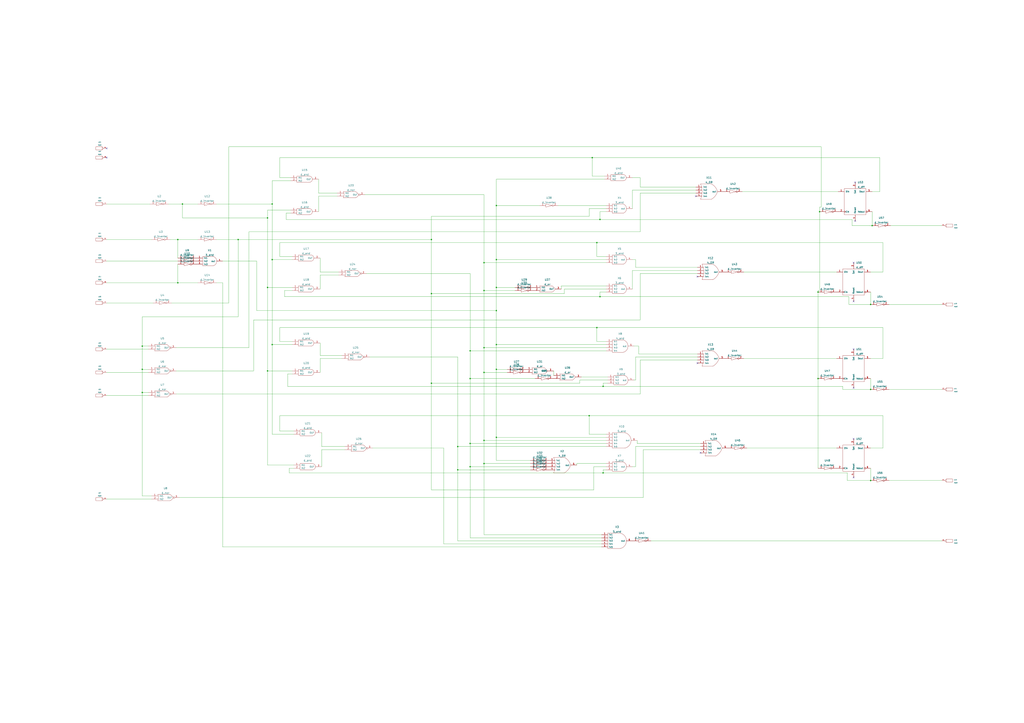
<source format=kicad_sch>
(kicad_sch (version 20211123) (generator eeschema)
  (paper "A1")
  (lib_symbols
    (symbol "eSim_Digital:d_and" (pin_names (offset 1.016))
      (property "Reference" "U" (at 0 0 0))
      (property "Value" "d_and" (at 1.27 2.54 0))
      (symbol "d_and_0_1"
        (polyline (pts (xy 3.81 -1.27) (xy -6.35 -1.27) (xy -6.35 3.81) (xy 3.81 3.81)))
        (arc (start 3.81 -1.27) (mid 5.5897 -0.5171) (end 6.35 1.27))
        (arc (start 6.35 1.27) (mid 5.5971 3.0497) (end 3.81 3.81))
      )
      (symbol "d_and_1_1"
        (pin input line (at -11.43 2.54 0) (length 5.08) (name "IN1") (number "1"))
        (pin input line (at -11.43 0 0) (length 5.08) (name "IN2") (number "2"))
        (pin output line (at 11.43 1.27 180) (length 5.08) (name "OUT") (number "3"))
      )
    )
    (symbol "eSim_Digital:d_dff" (pin_names (offset 1.016))
      (property "Reference" "U" (at 0 0 0))
      (property "Value" "d_dff" (at 0 3.81 0))
      (symbol "d_dff_0_1"
        (rectangle (start 8.89 11.43) (end -8.89 -10.16))
      )
      (symbol "d_dff_1_1"
        (pin input line (at -13.97 8.89 0) (length 5.08) (name "Din") (number "1"))
        (pin input clock (at -13.97 -7.62 0) (length 5.08) (name "Clk") (number "2"))
        (pin input line (at 0 16.51 270) (length 5.08) (name "Set") (number "3"))
        (pin input line (at 0 -15.24 90) (length 5.08) (name "Reset") (number "4"))
        (pin output line (at 13.97 8.89 180) (length 5.08) (name "Dout") (number "5"))
        (pin output inverted (at 13.97 -7.62 180) (length 5.08) (name "Ndout") (number "6"))
      )
    )
    (symbol "eSim_Digital:d_inverter" (pin_names (offset 1.016))
      (property "Reference" "U" (at 0 -2.54 0))
      (property "Value" "d_inverter" (at 0 3.81 0))
      (symbol "d_inverter_0_1"
        (polyline (pts (xy -2.54 1.27) (xy -2.54 -1.27) (xy 2.54 0) (xy -2.54 1.27)))
      )
      (symbol "d_inverter_1_1"
        (pin input line (at -7.62 0 0) (length 5.08) (name "~") (number "1"))
        (pin output inverted (at 7.62 0 180) (length 5.08) (name "~") (number "2"))
      )
    )
    (symbol "eSim_Digital:d_nor" (pin_names (offset 1.016))
      (property "Reference" "U" (at 0 0 0))
      (property "Value" "d_nor" (at 1.27 2.54 0))
      (symbol "d_nor_0_1"
        (arc (start -6.35 -1.27) (mid -5.7504 1.27) (end -6.35 3.81))
        (polyline (pts (xy -6.35 -1.27) (xy 3.81 -1.27)))
        (polyline (pts (xy -6.35 3.81) (xy 3.81 3.81)))
        (arc (start 3.81 -1.27) (mid 5.3181 -0.2399) (end 6.35 1.27))
        (arc (start 6.35 1.27) (mid 5.2222 2.6828) (end 3.81 3.81))
      )
      (symbol "d_nor_1_1"
        (pin input line (at -11.43 2.54 0) (length 5.461) (name "IN1") (number "1"))
        (pin input line (at -11.43 0 0) (length 5.461) (name "IN2") (number "2"))
        (pin output inverted (at 11.43 1.27 180) (length 5.08) (name "OUT") (number "3"))
      )
    )
    (symbol "eSim_Digital:d_or" (pin_names (offset 1.016))
      (property "Reference" "U" (at 0 0 0))
      (property "Value" "d_or" (at 0 2.54 0))
      (symbol "d_or_0_1"
        (arc (start -6.35 -1.27) (mid -5.7504 1.27) (end -6.35 3.81))
        (polyline (pts (xy -6.35 -1.27) (xy 3.81 -1.27)))
        (polyline (pts (xy -6.35 3.81) (xy 3.81 3.81)))
        (arc (start 3.81 -1.27) (mid 5.3181 -0.2399) (end 6.35 1.27))
        (arc (start 6.35 1.27) (mid 5.2222 2.6828) (end 3.81 3.81))
      )
      (symbol "d_or_1_1"
        (pin input line (at -11.43 2.54 0) (length 5.461) (name "IN1") (number "1"))
        (pin input line (at -11.43 0 0) (length 5.461) (name "IN2") (number "2"))
        (pin output line (at 11.43 1.27 180) (length 5.08) (name "OUT") (number "3"))
      )
    )
    (symbol "eSim_Miscellaneous:PORT" (pin_names (offset 1.016))
      (property "Reference" "U" (at 1.27 2.54 0))
      (property "Value" "PORT" (at 0 0 0))
      (symbol "PORT_0_1"
        (rectangle (start -2.54 1.27) (end 2.54 -1.27))
        (arc (start 2.54 1.27) (mid 3.1355 0.5955) (end 3.81 0))
        (arc (start 3.81 0) (mid 3.1447 -0.6046) (end 2.54 -1.27))
      )
      (symbol "PORT_1_1"
        (pin bidirectional line (at 6.35 0 180) (length 2.54) (name "~") (number "1"))
      )
      (symbol "PORT_2_1"
        (pin bidirectional line (at 6.35 0 180) (length 2.54) (name "~") (number "2"))
      )
      (symbol "PORT_3_1"
        (pin bidirectional line (at 6.35 0 180) (length 2.54) (name "~") (number "3"))
      )
      (symbol "PORT_4_1"
        (pin bidirectional line (at 6.35 0 180) (length 2.54) (name "~") (number "4"))
      )
      (symbol "PORT_5_1"
        (pin bidirectional line (at 6.35 0 180) (length 2.54) (name "~") (number "5"))
      )
      (symbol "PORT_6_1"
        (pin bidirectional line (at 6.35 0 180) (length 2.54) (name "~") (number "6"))
      )
      (symbol "PORT_7_1"
        (pin bidirectional line (at 6.35 0 180) (length 2.54) (name "~") (number "7"))
      )
      (symbol "PORT_8_1"
        (pin bidirectional line (at 6.35 0 180) (length 2.54) (name "~") (number "8"))
      )
      (symbol "PORT_9_1"
        (pin bidirectional line (at 6.35 0 180) (length 2.54) (name "~") (number "9"))
      )
      (symbol "PORT_10_1"
        (pin bidirectional line (at 6.35 0 180) (length 2.54) (name "~") (number "10"))
      )
      (symbol "PORT_11_1"
        (pin bidirectional line (at 6.35 0 180) (length 2.54) (name "~") (number "11"))
      )
      (symbol "PORT_12_1"
        (pin bidirectional line (at 6.35 0 180) (length 2.54) (name "~") (number "12"))
      )
      (symbol "PORT_13_1"
        (pin bidirectional line (at 6.35 0 180) (length 2.54) (name "~") (number "13"))
      )
      (symbol "PORT_14_1"
        (pin bidirectional line (at 6.35 0 180) (length 2.54) (name "~") (number "14"))
      )
      (symbol "PORT_15_1"
        (pin bidirectional line (at 6.35 0 180) (length 2.54) (name "~") (number "15"))
      )
      (symbol "PORT_16_1"
        (pin bidirectional line (at 6.35 0 180) (length 2.54) (name "~") (number "16"))
      )
      (symbol "PORT_17_1"
        (pin bidirectional line (at 6.35 0 180) (length 2.54) (name "~") (number "17"))
      )
      (symbol "PORT_18_1"
        (pin bidirectional line (at 6.35 0 180) (length 2.54) (name "~") (number "18"))
      )
      (symbol "PORT_19_1"
        (pin bidirectional line (at 6.35 0 180) (length 2.54) (name "~") (number "19"))
      )
      (symbol "PORT_20_1"
        (pin bidirectional line (at 6.35 0 180) (length 2.54) (name "~") (number "20"))
      )
      (symbol "PORT_21_1"
        (pin bidirectional line (at 6.35 0 180) (length 2.54) (name "~") (number "21"))
      )
      (symbol "PORT_22_1"
        (pin bidirectional line (at 6.35 0 180) (length 2.54) (name "~") (number "22"))
      )
      (symbol "PORT_23_1"
        (pin bidirectional line (at 6.35 0 180) (length 2.54) (name "~") (number "23"))
      )
      (symbol "PORT_24_1"
        (pin bidirectional line (at 6.35 0 180) (length 2.54) (name "~") (number "24"))
      )
      (symbol "PORT_25_1"
        (pin bidirectional line (at 6.35 0 180) (length 2.54) (name "~") (number "25"))
      )
      (symbol "PORT_26_1"
        (pin bidirectional line (at 6.35 0 180) (length 2.54) (name "~") (number "26"))
      )
    )
    (symbol "eSim_Subckt:3_and" (pin_names (offset 1.016))
      (property "Reference" "X" (at 2.54 -1.27 0))
      (property "Value" "3_and" (at 3.81 3.81 0))
      (symbol "3_and_0_1"
        (polyline (pts (xy -3.81 5.08) (xy 5.08 5.08)))
        (polyline (pts (xy -3.81 5.08) (xy -3.81 -2.54) (xy 5.08 -2.54)))
        (arc (start 5.08 -2.54) (mid 7.8261 1.27) (end 5.08 5.08))
      )
      (symbol "3_and_1_1"
        (pin input line (at -8.89 3.81 0) (length 5.08) (name "in1") (number "1"))
        (pin input line (at -8.89 1.27 0) (length 5.08) (name "in2") (number "2"))
        (pin input line (at -8.89 -1.27 0) (length 5.08) (name "in3") (number "3"))
        (pin output line (at 12.7 1.27 180) (length 5.08) (name "out") (number "4"))
      )
    )
    (symbol "eSim_Subckt:4_OR" (pin_names (offset 1.016))
      (property "Reference" "X" (at 3.81 -2.54 0))
      (property "Value" "4_OR" (at 3.81 2.54 0))
      (symbol "4_OR_0_1"
        (arc (start -5.08 -6.35) (mid -3.81 0) (end -5.08 6.35))
        (polyline (pts (xy -5.08 -6.35) (xy 3.81 -6.35)))
        (polyline (pts (xy -5.08 6.35) (xy 3.81 6.35)))
        (arc (start 3.81 -6.35) (mid 6.9463 -3.651) (end 8.89 0))
        (arc (start 8.89 0) (mid 7.0265 3.7162) (end 3.81 6.35))
      )
      (symbol "4_OR_1_1"
        (pin input line (at -8.89 3.81 0) (length 5.08) (name "in1") (number "1"))
        (pin input line (at -8.89 1.27 0) (length 5.08) (name "in2") (number "2"))
        (pin input line (at -8.89 -1.27 0) (length 5.08) (name "in3") (number "3"))
        (pin input line (at -8.89 -3.81 0) (length 5.08) (name "in4") (number "4"))
        (pin output line (at 13.97 0 180) (length 5.08) (name "out") (number "5"))
      )
    )
    (symbol "eSim_Subckt:4_and" (pin_names (offset 1.016))
      (property "Reference" "X" (at 1.27 -1.27 0))
      (property "Value" "4_and" (at 2.54 2.54 0))
      (symbol "4_and_0_1"
        (polyline (pts (xy -5.08 5.08) (xy 3.81 5.08)))
        (polyline (pts (xy -5.08 5.08) (xy -5.08 -5.08) (xy 1.27 -5.08) (xy 3.81 -5.08)))
        (arc (start 3.81 -5.08) (mid 7.7763 0) (end 3.81 5.08))
      )
      (symbol "4_and_1_1"
        (pin input line (at -10.16 3.81 0) (length 5.08) (name "in1") (number "1"))
        (pin input line (at -10.16 1.27 0) (length 5.08) (name "in2") (number "2"))
        (pin input line (at -10.16 -1.27 0) (length 5.08) (name "in3") (number "3"))
        (pin input line (at -10.16 -3.81 0) (length 5.08) (name "in4") (number "4"))
        (pin output line (at 12.7 0 180) (length 5.08) (name "out") (number "5"))
      )
    )
    (symbol "eSim_Subckt:5_and" (pin_names (offset 1.016))
      (property "Reference" "X" (at 1.27 -2.54 0))
      (property "Value" "5_and" (at 2.54 3.81 0))
      (symbol "5_and_0_1"
        (polyline (pts (xy -6.35 6.35) (xy 3.81 6.35)))
        (polyline (pts (xy -6.35 6.35) (xy -6.35 -6.35) (xy 3.81 -6.35)))
        (arc (start 3.81 -6.35) (mid 9.0158 0) (end 3.81 6.35))
      )
      (symbol "5_and_1_1"
        (pin input line (at -11.43 5.08 0) (length 5.08) (name "in1") (number "1"))
        (pin input line (at -11.43 2.54 0) (length 5.08) (name "in2") (number "2"))
        (pin input line (at -11.43 0 0) (length 5.08) (name "in3") (number "3"))
        (pin input line (at -11.43 -2.54 0) (length 5.08) (name "in4") (number "4"))
        (pin input line (at -11.43 -5.08 0) (length 5.08) (name "in5") (number "5"))
        (pin output line (at 13.97 0 180) (length 5.08) (name "out") (number "6"))
      )
    )
  )
  (junction (at 671.83 311.15))
  (junction (at 354.33 196.85))
  (junction (at 492.76 180.34))
  (junction (at 397.51 238.76))
  (junction (at 671.83 240.03))
  (junction (at 146.05 196.85))
  (junction (at 116.84 322.58))
  (junction (at 397.51 306.07))
  (junction (at 116.84 284.48))
  (junction (at 490.22 269.24))
  (junction (at 223.52 283.21))
  (junction (at 483.87 341.63))
  (junction (at 407.67 168.91))
  (junction (at 495.3 317.5))
  (junction (at 715.01 320.04))
  (junction (at 492.76 243.84))
  (junction (at 375.92 386.08))
  (junction (at 149.86 167.64))
  (junction (at 219.71 304.8))
  (junction (at 715.01 394.97))
  (junction (at 490.22 199.39))
  (junction (at 397.51 361.95))
  (junction (at 407.67 213.36))
  (junction (at 116.84 303.53))
  (junction (at 386.08 383.54))
  (junction (at 195.58 196.85))
  (junction (at 407.67 303.53))
  (junction (at 407.67 255.27))
  (junction (at 407.67 236.22))
  (junction (at 354.33 314.96))
  (junction (at 397.51 215.9))
  (junction (at 219.71 179.07))
  (junction (at 486.41 129.54))
  (junction (at 354.33 241.3))
  (junction (at 673.1 173.99))
  (junction (at 219.71 236.22))
  (junction (at 223.52 213.36))
  (junction (at 386.08 364.49))
  (junction (at 397.51 381))
  (junction (at 375.92 367.03))
  (junction (at 386.08 288.29))
  (junction (at 146.05 232.41))
  (junction (at 716.28 185.42))
  (junction (at 495.3 388.62))
  (junction (at 386.08 311.15))
  (junction (at 397.51 285.75))
  (junction (at 407.67 283.21))
  (junction (at 715.01 250.19))
  (junction (at 407.67 359.41))
  (junction (at 223.52 167.64))
  (no_connect (at 701.04 392.43))
  (no_connect (at 702.31 149.86))
  (no_connect (at 572.77 298.45))
  (no_connect (at 701.04 215.9))
  (no_connect (at 87.63 121.92))
  (no_connect (at 701.04 360.68))
  (no_connect (at 571.5 161.29))
  (no_connect (at 575.31 372.11))
  (no_connect (at 572.77 227.33))
  (no_connect (at 702.31 181.61))
  (no_connect (at 701.04 318.77))
  (no_connect (at 701.04 247.65))
  (no_connect (at 87.63 129.54))
  (no_connect (at 701.04 287.02))
  (wire (pts (xy 525.78 323.85) (xy 144.78 323.85)))
  (wire (pts (xy 386.08 383.54) (xy 435.61 383.54)))
  (wire (pts (xy 520.7 312.42) (xy 521.97 312.42)))
  (wire (pts (xy 716.28 173.99) (xy 716.28 185.42)))
  (wire (pts (xy 195.58 260.35) (xy 195.58 196.85)))
  (wire (pts (xy 236.22 317.5) (xy 495.3 317.5)))
  (wire (pts (xy 397.51 238.76) (xy 422.91 238.76)))
  (wire (pts (xy 124.46 407.67) (xy 116.84 407.67)))
  (wire (pts (xy 397.51 361.95) (xy 397.51 381)))
  (wire (pts (xy 177.8 232.41) (xy 182.88 232.41)))
  (wire (pts (xy 495.3 386.08) (xy 495.3 388.62)))
  (wire (pts (xy 386.08 311.15) (xy 439.42 311.15)))
  (wire (pts (xy 525.78 262.89) (xy 208.28 262.89)))
  (wire (pts (xy 116.84 284.48) (xy 121.92 284.48)))
  (wire (pts (xy 283.21 367.03) (xy 264.16 367.03)))
  (wire (pts (xy 138.43 167.64) (xy 149.86 167.64)))
  (wire (pts (xy 229.87 341.63) (xy 483.87 341.63)))
  (wire (pts (xy 204.47 190.5) (xy 525.78 190.5)))
  (wire (pts (xy 477.52 309.88) (xy 499.11 309.88)))
  (wire (pts (xy 461.01 234.95) (xy 497.84 234.95)))
  (wire (pts (xy 262.89 292.1) (xy 262.89 281.94)))
  (wire (pts (xy 572.77 224.79) (xy 525.78 224.79)))
  (wire (pts (xy 364.49 447.04) (xy 364.49 368.3)))
  (wire (pts (xy 397.51 215.9) (xy 497.84 215.9)))
  (wire (pts (xy 87.63 232.41) (xy 146.05 232.41)))
  (wire (pts (xy 725.17 269.24) (xy 725.17 294.64)))
  (wire (pts (xy 487.68 402.59) (xy 487.68 383.54)))
  (wire (pts (xy 495.3 317.5) (xy 692.15 317.5)))
  (wire (pts (xy 229.87 129.54) (xy 486.41 129.54)))
  (wire (pts (xy 229.87 269.24) (xy 490.22 269.24)))
  (wire (pts (xy 521.97 367.03) (xy 575.31 367.03)))
  (wire (pts (xy 674.37 170.18) (xy 673.1 170.18)))
  (wire (pts (xy 233.68 243.84) (xy 492.76 243.84)))
  (wire (pts (xy 490.22 269.24) (xy 725.17 269.24)))
  (wire (pts (xy 692.15 320.04) (xy 715.01 320.04)))
  (wire (pts (xy 264.16 369.57) (xy 283.21 369.57)))
  (wire (pts (xy 229.87 280.67) (xy 229.87 269.24)))
  (wire (pts (xy 236.22 307.34) (xy 236.22 317.5)))
  (wire (pts (xy 264.16 367.03) (xy 264.16 355.6)))
  (wire (pts (xy 210.82 255.27) (xy 407.67 255.27)))
  (wire (pts (xy 521.97 383.54) (xy 521.97 367.03)))
  (wire (pts (xy 146.05 217.17) (xy 146.05 232.41)))
  (wire (pts (xy 87.63 214.63) (xy 146.05 214.63)))
  (wire (pts (xy 494.03 447.04) (xy 364.49 447.04)))
  (wire (pts (xy 519.43 222.25) (xy 572.77 222.25)))
  (wire (pts (xy 187.96 120.65) (xy 187.96 248.92)))
  (wire (pts (xy 87.63 248.92) (xy 125.73 248.92)))
  (wire (pts (xy 407.67 236.22) (xy 407.67 255.27)))
  (wire (pts (xy 476.25 314.96) (xy 354.33 314.96)))
  (wire (pts (xy 521.97 293.37) (xy 572.77 293.37)))
  (wire (pts (xy 715.01 240.03) (xy 715.01 250.19)))
  (wire (pts (xy 492.76 180.34) (xy 699.77 180.34)))
  (wire (pts (xy 219.71 304.8) (xy 240.03 304.8)))
  (wire (pts (xy 87.63 196.85) (xy 124.46 196.85)))
  (wire (pts (xy 730.25 394.97) (xy 773.43 394.97)))
  (wire (pts (xy 490.22 210.82) (xy 490.22 199.39)))
  (wire (pts (xy 386.08 441.96) (xy 386.08 383.54)))
  (wire (pts (xy 262.89 223.52) (xy 278.13 223.52)))
  (wire (pts (xy 497.84 237.49) (xy 463.55 237.49)))
  (wire (pts (xy 416.56 306.07) (xy 397.51 306.07)))
  (wire (pts (xy 386.08 288.29) (xy 497.84 288.29)))
  (wire (pts (xy 575.31 369.57) (xy 528.32 369.57)))
  (wire (pts (xy 354.33 177.8) (xy 354.33 196.85)))
  (wire (pts (xy 139.7 196.85) (xy 146.05 196.85)))
  (wire (pts (xy 525.78 146.05) (xy 525.78 153.67)))
  (wire (pts (xy 523.24 361.95) (xy 523.24 364.49)))
  (wire (pts (xy 177.8 196.85) (xy 195.58 196.85)))
  (wire (pts (xy 519.43 237.49) (xy 519.43 222.25)))
  (wire (pts (xy 519.43 156.21) (xy 571.5 156.21)))
  (wire (pts (xy 674.37 120.65) (xy 674.37 170.18)))
  (wire (pts (xy 146.05 232.41) (xy 162.56 232.41)))
  (wire (pts (xy 87.63 287.02) (xy 121.92 287.02)))
  (wire (pts (xy 261.62 158.75) (xy 276.86 158.75)))
  (wire (pts (xy 725.17 294.64) (xy 715.01 294.64)))
  (wire (pts (xy 177.8 167.64) (xy 223.52 167.64)))
  (wire (pts (xy 208.28 262.89) (xy 208.28 304.8)))
  (wire (pts (xy 483.87 341.63) (xy 725.17 341.63)))
  (wire (pts (xy 528.32 408.94) (xy 147.32 408.94)))
  (wire (pts (xy 219.71 382.27) (xy 241.3 382.27)))
  (wire (pts (xy 223.52 213.36) (xy 240.03 213.36)))
  (wire (pts (xy 463.55 237.49) (xy 463.55 241.3)))
  (wire (pts (xy 492.76 173.99) (xy 492.76 180.34)))
  (wire (pts (xy 261.62 161.29) (xy 276.86 161.29)))
  (wire (pts (xy 524.51 284.48) (xy 524.51 290.83)))
  (wire (pts (xy 240.03 210.82) (xy 229.87 210.82)))
  (wire (pts (xy 673.1 170.18) (xy 673.1 173.99)))
  (wire (pts (xy 116.84 303.53) (xy 116.84 322.58)))
  (wire (pts (xy 223.52 148.59) (xy 238.76 148.59)))
  (wire (pts (xy 523.24 364.49) (xy 575.31 364.49)))
  (wire (pts (xy 495.3 314.96) (xy 495.3 317.5)))
  (wire (pts (xy 121.92 322.58) (xy 116.84 322.58)))
  (wire (pts (xy 397.51 306.07) (xy 397.51 361.95)))
  (wire (pts (xy 483.87 177.8) (xy 354.33 177.8)))
  (wire (pts (xy 673.1 173.99) (xy 673.1 238.76)))
  (wire (pts (xy 483.87 171.45) (xy 483.87 177.8)))
  (wire (pts (xy 519.43 171.45) (xy 519.43 156.21)))
  (wire (pts (xy 725.17 341.63) (xy 725.17 368.3)))
  (wire (pts (xy 241.3 384.81) (xy 237.49 384.81)))
  (wire (pts (xy 121.92 303.53) (xy 116.84 303.53)))
  (wire (pts (xy 487.68 383.54) (xy 497.84 383.54)))
  (wire (pts (xy 238.76 175.26) (xy 234.95 175.26)))
  (wire (pts (xy 610.87 294.64) (xy 687.07 294.64)))
  (wire (pts (xy 241.3 354.33) (xy 229.87 354.33)))
  (wire (pts (xy 397.51 285.75) (xy 397.51 306.07)))
  (wire (pts (xy 386.08 311.15) (xy 386.08 288.29)))
  (wire (pts (xy 397.51 361.95) (xy 497.84 361.95)))
  (wire (pts (xy 204.47 285.75) (xy 204.47 190.5)))
  (wire (pts (xy 525.78 295.91) (xy 525.78 323.85)))
  (wire (pts (xy 262.89 212.09) (xy 262.89 223.52)))
  (wire (pts (xy 223.52 283.21) (xy 240.03 283.21)))
  (wire (pts (xy 610.87 223.52) (xy 687.07 223.52)))
  (wire (pts (xy 486.41 129.54) (xy 722.63 129.54)))
  (wire (pts (xy 140.97 248.92) (xy 187.96 248.92)))
  (wire (pts (xy 229.87 199.39) (xy 490.22 199.39)))
  (wire (pts (xy 397.51 238.76) (xy 397.51 285.75)))
  (wire (pts (xy 674.37 120.65) (xy 187.96 120.65)))
  (wire (pts (xy 490.22 199.39) (xy 725.17 199.39)))
  (wire (pts (xy 407.67 255.27) (xy 407.67 283.21)))
  (wire (pts (xy 715.01 311.15) (xy 715.01 320.04)))
  (wire (pts (xy 695.96 394.97) (xy 715.01 394.97)))
  (wire (pts (xy 229.87 210.82) (xy 229.87 199.39)))
  (wire (pts (xy 223.52 356.87) (xy 223.52 283.21)))
  (wire (pts (xy 375.92 367.03) (xy 375.92 293.37)))
  (wire (pts (xy 725.17 368.3) (xy 715.01 368.3)))
  (wire (pts (xy 692.15 317.5) (xy 692.15 320.04)))
  (wire (pts (xy 219.71 172.72) (xy 219.71 179.07)))
  (wire (pts (xy 473.71 382.27) (xy 473.71 381)))
  (wire (pts (xy 463.55 241.3) (xy 354.33 241.3)))
  (wire (pts (xy 397.51 285.75) (xy 497.84 285.75)))
  (wire (pts (xy 238.76 146.05) (xy 229.87 146.05)))
  (wire (pts (xy 490.22 269.24) (xy 490.22 280.67)))
  (wire (pts (xy 407.67 168.91) (xy 443.23 168.91)))
  (wire (pts (xy 521.97 213.36) (xy 521.97 219.71)))
  (wire (pts (xy 146.05 196.85) (xy 146.05 212.09)))
  (wire (pts (xy 499.11 314.96) (xy 495.3 314.96)))
  (wire (pts (xy 233.68 238.76) (xy 233.68 243.84)))
  (wire (pts (xy 354.33 196.85) (xy 354.33 241.3)))
  (wire (pts (xy 182.88 449.58) (xy 494.03 449.58)))
  (wire (pts (xy 722.63 129.54) (xy 722.63 157.48)))
  (wire (pts (xy 609.6 157.48) (xy 688.34 157.48)))
  (wire (pts (xy 116.84 260.35) (xy 195.58 260.35)))
  (wire (pts (xy 375.92 386.08) (xy 435.61 386.08)))
  (wire (pts (xy 519.43 146.05) (xy 525.78 146.05)))
  (wire (pts (xy 354.33 241.3) (xy 354.33 314.96)))
  (wire (pts (xy 87.63 410.21) (xy 124.46 410.21)))
  (wire (pts (xy 572.77 295.91) (xy 525.78 295.91)))
  (wire (pts (xy 695.96 388.62) (xy 695.96 394.97)))
  (wire (pts (xy 223.52 283.21) (xy 223.52 213.36)))
  (wire (pts (xy 497.84 213.36) (xy 407.67 213.36)))
  (wire (pts (xy 525.78 158.75) (xy 571.5 158.75)))
  (wire (pts (xy 461.01 237.49) (xy 461.01 234.95)))
  (wire (pts (xy 264.16 383.54) (xy 264.16 369.57)))
  (wire (pts (xy 499.11 312.42) (xy 476.25 312.42)))
  (wire (pts (xy 397.51 215.9) (xy 397.51 238.76)))
  (wire (pts (xy 386.08 364.49) (xy 497.84 364.49)))
  (wire (pts (xy 234.95 175.26) (xy 234.95 180.34)))
  (wire (pts (xy 386.08 224.79) (xy 300.99 224.79)))
  (wire (pts (xy 386.08 364.49) (xy 386.08 311.15)))
  (wire (pts (xy 262.89 306.07) (xy 262.89 294.64)))
  (wire (pts (xy 407.67 303.53) (xy 407.67 359.41)))
  (wire (pts (xy 262.89 294.64) (xy 280.67 294.64)))
  (wire (pts (xy 407.67 378.46) (xy 435.61 378.46)))
  (wire (pts (xy 483.87 356.87) (xy 483.87 341.63)))
  (wire (pts (xy 354.33 314.96) (xy 354.33 402.59)))
  (wire (pts (xy 375.92 293.37) (xy 303.53 293.37)))
  (wire (pts (xy 524.51 290.83) (xy 572.77 290.83)))
  (wire (pts (xy 149.86 179.07) (xy 149.86 167.64)))
  (wire (pts (xy 525.78 224.79) (xy 525.78 262.89)))
  (wire (pts (xy 473.71 381) (xy 497.84 381)))
  (wire (pts (xy 237.49 388.62) (xy 495.3 388.62)))
  (wire (pts (xy 496.57 147.32) (xy 407.67 147.32)))
  (wire (pts (xy 364.49 368.3) (xy 306.07 368.3)))
  (wire (pts (xy 375.92 444.5) (xy 375.92 386.08)))
  (wire (pts (xy 773.43 185.42) (xy 731.52 185.42)))
  (wire (pts (xy 407.67 283.21) (xy 407.67 303.53)))
  (wire (pts (xy 519.43 383.54) (xy 521.97 383.54)))
  (wire (pts (xy 497.84 280.67) (xy 490.22 280.67)))
  (wire (pts (xy 494.03 444.5) (xy 375.92 444.5)))
  (wire (pts (xy 280.67 292.1) (xy 262.89 292.1)))
  (wire (pts (xy 240.03 307.34) (xy 236.22 307.34)))
  (wire (pts (xy 521.97 312.42) (xy 521.97 293.37)))
  (wire (pts (xy 219.71 179.07) (xy 149.86 179.07)))
  (wire (pts (xy 375.92 367.03) (xy 497.84 367.03)))
  (wire (pts (xy 386.08 441.96) (xy 494.03 441.96)))
  (wire (pts (xy 116.84 284.48) (xy 116.84 260.35)))
  (wire (pts (xy 697.23 243.84) (xy 697.23 250.19)))
  (wire (pts (xy 386.08 383.54) (xy 386.08 364.49)))
  (wire (pts (xy 407.67 147.32) (xy 407.67 168.91)))
  (wire (pts (xy 299.72 160.02) (xy 397.51 160.02)))
  (wire (pts (xy 149.86 167.64) (xy 162.56 167.64)))
  (wire (pts (xy 262.89 226.06) (xy 278.13 226.06)))
  (wire (pts (xy 699.77 185.42) (xy 716.28 185.42)))
  (wire (pts (xy 219.71 304.8) (xy 219.71 382.27)))
  (wire (pts (xy 435.61 381) (xy 397.51 381)))
  (wire (pts (xy 725.17 223.52) (xy 715.01 223.52)))
  (wire (pts (xy 182.88 232.41) (xy 182.88 449.58)))
  (wire (pts (xy 521.97 219.71) (xy 572.77 219.71)))
  (wire (pts (xy 219.71 179.07) (xy 219.71 236.22)))
  (wire (pts (xy 407.67 359.41) (xy 407.67 378.46)))
  (wire (pts (xy 397.51 381) (xy 397.51 439.42)))
  (wire (pts (xy 144.78 285.75) (xy 204.47 285.75)))
  (wire (pts (xy 116.84 322.58) (xy 116.84 407.67)))
  (wire (pts (xy 519.43 213.36) (xy 521.97 213.36)))
  (wire (pts (xy 210.82 214.63) (xy 210.82 255.27)))
  (wire (pts (xy 240.03 238.76) (xy 233.68 238.76)))
  (wire (pts (xy 407.67 213.36) (xy 407.67 236.22)))
  (wire (pts (xy 454.66 304.8) (xy 454.66 308.61)))
  (wire (pts (xy 234.95 180.34) (xy 492.76 180.34)))
  (wire (pts (xy 497.84 240.03) (xy 492.76 240.03)))
  (wire (pts (xy 725.17 199.39) (xy 725.17 223.52)))
  (wire (pts (xy 671.83 238.76) (xy 671.83 240.03)))
  (wire (pts (xy 495.3 388.62) (xy 695.96 388.62)))
  (wire (pts (xy 497.84 173.99) (xy 492.76 173.99)))
  (wire (pts (xy 229.87 146.05) (xy 229.87 129.54)))
  (wire (pts (xy 699.77 180.34) (xy 699.77 185.42)))
  (wire (pts (xy 715.01 384.81) (xy 715.01 394.97)))
  (wire (pts (xy 386.08 288.29) (xy 386.08 224.79)))
  (wire (pts (xy 525.78 190.5) (xy 525.78 158.75)))
  (wire (pts (xy 492.76 240.03) (xy 492.76 243.84)))
  (wire (pts (xy 671.83 240.03) (xy 671.83 311.15)))
  (wire (pts (xy 497.84 356.87) (xy 483.87 356.87)))
  (wire (pts (xy 87.63 306.07) (xy 121.92 306.07)))
  (wire (pts (xy 722.63 157.48) (xy 716.28 157.48)))
  (wire (pts (xy 520.7 284.48) (xy 524.51 284.48)))
  (wire (pts (xy 229.87 354.33) (xy 229.87 341.63)))
  (wire (pts (xy 261.62 147.32) (xy 261.62 158.75)))
  (wire (pts (xy 354.33 402.59) (xy 487.68 402.59)))
  (wire (pts (xy 261.62 173.99) (xy 261.62 161.29)))
  (wire (pts (xy 407.67 168.91) (xy 407.67 213.36)))
  (wire (pts (xy 476.25 312.42) (xy 476.25 314.96)))
  (wire (pts (xy 87.63 325.12) (xy 121.92 325.12)))
  (wire (pts (xy 182.88 214.63) (xy 210.82 214.63)))
  (wire (pts (xy 146.05 196.85) (xy 162.56 196.85)))
  (wire (pts (xy 219.71 236.22) (xy 240.03 236.22)))
  (wire (pts (xy 116.84 284.48) (xy 116.84 303.53)))
  (wire (pts (xy 673.1 238.76) (xy 671.83 238.76)))
  (wire (pts (xy 497.84 171.45) (xy 483.87 171.45)))
  (wire (pts (xy 528.32 369.57) (xy 528.32 408.94)))
  (wire (pts (xy 496.57 144.78) (xy 486.41 144.78)))
  (wire (pts (xy 397.51 160.02) (xy 397.51 215.9)))
  (wire (pts (xy 223.52 148.59) (xy 223.52 167.64)))
  (wire (pts (xy 219.71 236.22) (xy 219.71 304.8)))
  (wire (pts (xy 730.25 320.04) (xy 773.43 320.04)))
  (wire (pts (xy 497.84 359.41) (xy 407.67 359.41)))
  (wire (pts (xy 525.78 153.67) (xy 571.5 153.67)))
  (wire (pts (xy 262.89 237.49) (xy 262.89 226.06)))
  (wire (pts (xy 238.76 172.72) (xy 219.71 172.72)))
  (wire (pts (xy 458.47 168.91) (xy 497.84 168.91)))
  (wire (pts (xy 223.52 167.64) (xy 223.52 213.36)))
  (wire (pts (xy 492.76 243.84) (xy 697.23 243.84)))
  (wire (pts (xy 497.84 210.82) (xy 490.22 210.82)))
  (wire (pts (xy 486.41 144.78) (xy 486.41 129.54)))
  (wire (pts (xy 195.58 196.85) (xy 354.33 196.85)))
  (wire (pts (xy 697.23 250.19) (xy 715.01 250.19)))
  (wire (pts (xy 397.51 439.42) (xy 494.03 439.42)))
  (wire (pts (xy 87.63 167.64) (xy 123.19 167.64)))
  (wire (pts (xy 730.25 250.19) (xy 773.43 250.19)))
  (wire (pts (xy 497.84 386.08) (xy 495.3 386.08)))
  (wire (pts (xy 407.67 236.22) (xy 422.91 236.22)))
  (wire (pts (xy 240.03 280.67) (xy 229.87 280.67)))
  (wire (pts (xy 208.28 304.8) (xy 144.78 304.8)))
  (wire (pts (xy 534.67 444.5) (xy 773.43 444.5)))
  (wire (pts (xy 237.49 384.81) (xy 237.49 388.62)))
  (wire (pts (xy 407.67 283.21) (xy 497.84 283.21)))
  (wire (pts (xy 671.83 311.15) (xy 671.83 384.81)))
  (wire (pts (xy 613.41 368.3) (xy 687.07 368.3)))
  (wire (pts (xy 416.56 303.53) (xy 407.67 303.53)))
  (wire (pts (xy 375.92 386.08) (xy 375.92 367.03)))
  (wire (pts (xy 241.3 356.87) (xy 223.52 356.87)))
  (symbol (lib_id "eSim_Digital:d_dff") (at 701.04 377.19 0) (unit 1)
    (property "Reference" "U52" (at 703.0594 360.68 0) (effects (font (size 1.524 1.524)) (justify left)))
    (property "Value" "d_dff" (at 703.0594 364.49 0) (effects (font (size 1.524 1.524)) (justify left)))
  )
  (symbol (lib_id "eSim_Subckt:3_and") (at 506.73 214.63 0) (unit 1)
    (property "Reference" "X5" (at 508.738 204.47 0) (effects (font (size 1.524 1.524))))
    (property "Value" "3_and" (at 508.738 208.28 0) (effects (font (size 1.524 1.524))))
  )
  (symbol (lib_id "eSim_Digital:d_inverter") (at 132.08 196.85 0) (unit 1)
    (property "Reference" "U3" (at 132.08 190.5 0) (effects (font (size 1.524 1.524))))
    (property "Value" "d_inverter" (at 132.08 194.31 0) (effects (font (size 1.524 1.524))))
  )
  (symbol (lib_id "eSim_Subckt:5_and") (at 505.46 444.5 0) (unit 1)
    (property "Reference" "X3" (at 506.7929 433.07 0) (effects (font (size 1.524 1.524))))
    (property "Value" "5_and" (at 506.7929 436.88 0) (effects (font (size 1.524 1.524))))
  )
  (symbol (lib_id "eSim_Digital:d_inverter") (at 170.18 167.64 0) (unit 1)
    (property "Reference" "U12" (at 170.18 161.29 0) (effects (font (size 1.524 1.524))))
    (property "Value" "d_inverter" (at 170.18 165.1 0) (effects (font (size 1.524 1.524))))
  )
  (symbol (lib_id "eSim_Digital:d_inverter") (at 603.25 223.52 0) (unit 1)
    (property "Reference" "U43" (at 603.25 217.17 0) (effects (font (size 1.524 1.524))))
    (property "Value" "d_inverter" (at 603.25 220.98 0) (effects (font (size 1.524 1.524))))
  )
  (symbol (lib_id "eSim_Digital:d_or") (at 443.23 306.07 0) (unit 1)
    (property "Reference" "U31" (at 443.23 297.18 0) (effects (font (size 1.524 1.524))))
    (property "Value" "d_or" (at 443.23 300.99 0) (effects (font (size 1.524 1.524))))
  )
  (symbol (lib_id "eSim_Digital:d_inverter") (at 450.85 168.91 0) (unit 1)
    (property "Reference" "U38" (at 450.85 162.56 0) (effects (font (size 1.524 1.524))))
    (property "Value" "d_inverter" (at 450.85 166.37 0) (effects (font (size 1.524 1.524))))
  )
  (symbol (lib_id "eSim_Miscellaneous:PORT") (at 81.28 121.92 0) (unit 8)
    (property "Reference" "U1" (at 81.915 116.84 0) (effects (font (size 0.762 0.762))))
    (property "Value" "PORT" (at 81.915 119.38 0) (effects (font (size 0.762 0.762))))
  )
  (symbol (lib_id "eSim_Miscellaneous:PORT") (at 81.28 325.12 0) (unit 5)
    (property "Reference" "U1" (at 81.915 320.04 0) (effects (font (size 0.762 0.762))))
    (property "Value" "PORT" (at 81.915 322.58 0) (effects (font (size 0.762 0.762))))
  )
  (symbol (lib_id "eSim_Digital:d_inverter") (at 430.53 238.76 0) (unit 1)
    (property "Reference" "U30" (at 430.53 232.41 0) (effects (font (size 1.524 1.524))))
    (property "Value" "d_inverter" (at 430.53 236.22 0) (effects (font (size 1.524 1.524))))
  )
  (symbol (lib_id "eSim_Subckt:3_and") (at 506.73 384.81 0) (unit 1)
    (property "Reference" "X7" (at 508.738 374.65 0) (effects (font (size 1.524 1.524))))
    (property "Value" "3_and" (at 508.738 378.46 0) (effects (font (size 1.524 1.524))))
  )
  (symbol (lib_id "eSim_Digital:d_inverter") (at 424.18 306.07 0) (unit 1)
    (property "Reference" "U28" (at 424.18 299.72 0) (effects (font (size 1.524 1.524))))
    (property "Value" "d_inverter" (at 424.18 303.53 0) (effects (font (size 1.524 1.524))))
  )
  (symbol (lib_id "eSim_Digital:d_nor") (at 288.29 161.29 0) (unit 1)
    (property "Reference" "U23" (at 288.29 152.4 0) (effects (font (size 1.524 1.524))))
    (property "Value" "d_nor" (at 288.29 156.21 0) (effects (font (size 1.524 1.524))))
  )
  (symbol (lib_id "eSim_Miscellaneous:PORT") (at 81.28 306.07 0) (unit 4)
    (property "Reference" "U1" (at 81.915 300.99 0) (effects (font (size 0.762 0.762))))
    (property "Value" "PORT" (at 81.915 303.53 0) (effects (font (size 0.762 0.762))))
  )
  (symbol (lib_id "eSim_Digital:d_inverter") (at 680.72 173.99 0) (unit 1)
    (property "Reference" "U49" (at 680.72 167.64 0) (effects (font (size 1.524 1.524))))
    (property "Value" "d_inverter" (at 680.72 171.45 0) (effects (font (size 1.524 1.524))))
  )
  (symbol (lib_id "eSim_Miscellaneous:PORT") (at 81.28 196.85 0) (unit 9)
    (property "Reference" "U1" (at 81.915 191.77 0) (effects (font (size 0.762 0.762))))
    (property "Value" "PORT" (at 81.915 194.31 0) (effects (font (size 0.762 0.762))))
  )
  (symbol (lib_id "eSim_Subckt:3_and") (at 506.73 172.72 0) (unit 1)
    (property "Reference" "X4" (at 508.738 162.56 0) (effects (font (size 1.524 1.524))))
    (property "Value" "3_and" (at 508.738 166.37 0) (effects (font (size 1.524 1.524))))
  )
  (symbol (lib_id "eSim_Digital:d_inverter") (at 133.35 248.92 0) (unit 1)
    (property "Reference" "U4" (at 133.35 242.57 0) (effects (font (size 1.524 1.524))))
    (property "Value" "d_inverter" (at 133.35 246.38 0) (effects (font (size 1.524 1.524))))
  )
  (symbol (lib_id "eSim_Subckt:5_and") (at 509.27 361.95 0) (unit 1)
    (property "Reference" "X10" (at 510.6029 350.52 0) (effects (font (size 1.524 1.524))))
    (property "Value" "5_and" (at 510.6029 354.33 0) (effects (font (size 1.524 1.524))))
  )
  (symbol (lib_id "eSim_Digital:d_inverter") (at 443.23 378.46 0) (unit 1)
    (property "Reference" "U32" (at 443.23 372.11 0) (effects (font (size 1.524 1.524))))
    (property "Value" "d_inverter" (at 443.23 375.92 0) (effects (font (size 1.524 1.524))))
  )
  (symbol (lib_id "eSim_Digital:d_inverter") (at 153.67 217.17 0) (unit 1)
    (property "Reference" "U11" (at 153.67 210.82 0) (effects (font (size 1.524 1.524))))
    (property "Value" "d_inverter" (at 153.67 214.63 0) (effects (font (size 1.524 1.524))))
  )
  (symbol (lib_id "eSim_Subckt:4_OR") (at 584.2 368.3 0) (unit 1)
    (property "Reference" "X14" (at 586.105 356.87 0) (effects (font (size 1.524 1.524))))
    (property "Value" "4_OR" (at 586.105 360.68 0) (effects (font (size 1.524 1.524))))
  )
  (symbol (lib_id "eSim_Digital:d_inverter") (at 527.05 444.5 0) (unit 1)
    (property "Reference" "U41" (at 527.05 438.15 0) (effects (font (size 1.524 1.524))))
    (property "Value" "d_inverter" (at 527.05 441.96 0) (effects (font (size 1.524 1.524))))
  )
  (symbol (lib_id "eSim_Subckt:4_OR") (at 580.39 157.48 0) (unit 1)
    (property "Reference" "X11" (at 582.295 146.05 0) (effects (font (size 1.524 1.524))))
    (property "Value" "4_OR" (at 582.295 149.86 0) (effects (font (size 1.524 1.524))))
  )
  (symbol (lib_id "eSim_Digital:d_inverter") (at 603.25 294.64 0) (unit 1)
    (property "Reference" "U44" (at 603.25 288.29 0) (effects (font (size 1.524 1.524))))
    (property "Value" "d_inverter" (at 603.25 292.1 0) (effects (font (size 1.524 1.524))))
  )
  (symbol (lib_id "eSim_Digital:d_nor") (at 135.89 410.21 0) (unit 1)
    (property "Reference" "U8" (at 135.89 401.32 0) (effects (font (size 1.524 1.524))))
    (property "Value" "d_nor" (at 135.89 405.13 0) (effects (font (size 1.524 1.524))))
  )
  (symbol (lib_id "eSim_Miscellaneous:PORT") (at 779.78 320.04 0) (mirror y) (unit 12)
    (property "Reference" "U1" (at 783.59 319.405 0) (effects (font (size 0.762 0.762)) (justify right)))
    (property "Value" "PORT" (at 783.59 321.945 0) (effects (font (size 0.762 0.762)) (justify right)))
  )
  (symbol (lib_id "eSim_Digital:d_inverter") (at 130.81 167.64 0) (unit 1)
    (property "Reference" "U2" (at 130.81 161.29 0) (effects (font (size 1.524 1.524))))
    (property "Value" "d_inverter" (at 130.81 165.1 0) (effects (font (size 1.524 1.524))))
  )
  (symbol (lib_id "eSim_Digital:d_dff") (at 701.04 232.41 0) (unit 1)
    (property "Reference" "U50" (at 703.0594 215.9 0) (effects (font (size 1.524 1.524)) (justify left)))
    (property "Value" "d_dff" (at 703.0594 219.71 0) (effects (font (size 1.524 1.524)) (justify left)))
  )
  (symbol (lib_id "eSim_Digital:d_inverter") (at 430.53 236.22 0) (unit 1)
    (property "Reference" "U29" (at 430.53 229.87 0) (effects (font (size 1.524 1.524))))
    (property "Value" "d_inverter" (at 430.53 233.68 0) (effects (font (size 1.524 1.524))))
  )
  (symbol (lib_id "eSim_Digital:d_and") (at 251.46 283.21 0) (unit 1)
    (property "Reference" "U19" (at 251.46 274.32 0) (effects (font (size 1.524 1.524))))
    (property "Value" "d_and" (at 251.46 278.13 0) (effects (font (size 1.524 1.524))))
  )
  (symbol (lib_id "eSim_Digital:d_inverter") (at 153.67 212.09 0) (unit 1)
    (property "Reference" "U9" (at 153.67 205.74 0) (effects (font (size 1.524 1.524))))
    (property "Value" "d_inverter" (at 153.67 209.55 0) (effects (font (size 1.524 1.524))))
  )
  (symbol (lib_id "eSim_Subckt:3_and") (at 508 313.69 0) (unit 1)
    (property "Reference" "X9" (at 510.008 303.53 0) (effects (font (size 1.524 1.524))))
    (property "Value" "3_and" (at 510.008 307.34 0) (effects (font (size 1.524 1.524))))
  )
  (symbol (lib_id "eSim_Subckt:4_OR") (at 581.66 294.64 0) (unit 1)
    (property "Reference" "X13" (at 583.565 283.21 0) (effects (font (size 1.524 1.524))))
    (property "Value" "4_OR" (at 583.565 287.02 0) (effects (font (size 1.524 1.524))))
  )
  (symbol (lib_id "eSim_Miscellaneous:PORT") (at 779.78 250.19 0) (mirror y) (unit 13)
    (property "Reference" "U1" (at 783.59 249.555 0) (effects (font (size 0.762 0.762)) (justify right)))
    (property "Value" "PORT" (at 783.59 252.095 0) (effects (font (size 0.762 0.762)) (justify right)))
  )
  (symbol (lib_id "eSim_Digital:d_and") (at 251.46 307.34 0) (unit 1)
    (property "Reference" "U20" (at 251.46 298.45 0) (effects (font (size 1.524 1.524))))
    (property "Value" "d_and" (at 251.46 302.26 0) (effects (font (size 1.524 1.524))))
  )
  (symbol (lib_id "eSim_Miscellaneous:PORT") (at 779.78 444.5 0) (mirror y) (unit 15)
    (property "Reference" "U1" (at 783.59 443.865 0) (effects (font (size 0.762 0.762)) (justify right)))
    (property "Value" "PORT" (at 783.59 446.405 0) (effects (font (size 0.762 0.762)) (justify right)))
  )
  (symbol (lib_id "eSim_Digital:d_and") (at 251.46 238.76 0) (unit 1)
    (property "Reference" "U18" (at 251.46 229.87 0) (effects (font (size 1.524 1.524))))
    (property "Value" "d_and" (at 251.46 233.68 0) (effects (font (size 1.524 1.524))))
  )
  (symbol (lib_id "eSim_Digital:d_and") (at 250.19 175.26 0) (unit 1)
    (property "Reference" "U16" (at 250.19 166.37 0) (effects (font (size 1.524 1.524))))
    (property "Value" "d_and" (at 250.19 170.18 0) (effects (font (size 1.524 1.524))))
  )
  (symbol (lib_id "eSim_Subckt:3_and") (at 170.18 215.9 0) (unit 1)
    (property "Reference" "X1" (at 172.188 205.74 0) (effects (font (size 1.524 1.524))))
    (property "Value" "3_and" (at 172.188 209.55 0) (effects (font (size 1.524 1.524))))
  )
  (symbol (lib_id "eSim_Digital:d_or") (at 449.58 238.76 0) (unit 1)
    (property "Reference" "U37" (at 449.58 229.87 0) (effects (font (size 1.524 1.524))))
    (property "Value" "d_or" (at 449.58 233.68 0) (effects (font (size 1.524 1.524))))
  )
  (symbol (lib_id "eSim_Digital:d_inverter") (at 723.9 185.42 0) (unit 1)
    (property "Reference" "U57" (at 723.9 179.07 0) (effects (font (size 1.524 1.524))))
    (property "Value" "d_inverter" (at 723.9 182.88 0) (effects (font (size 1.524 1.524))))
  )
  (symbol (lib_id "eSim_Digital:d_inverter") (at 679.45 384.81 0) (unit 1)
    (property "Reference" "U48" (at 679.45 378.46 0) (effects (font (size 1.524 1.524))))
    (property "Value" "d_inverter" (at 679.45 382.27 0) (effects (font (size 1.524 1.524))))
  )
  (symbol (lib_id "eSim_Digital:d_inverter") (at 443.23 381 0) (unit 1)
    (property "Reference" "U33" (at 443.23 374.65 0) (effects (font (size 1.524 1.524))))
    (property "Value" "d_inverter" (at 443.23 378.46 0) (effects (font (size 1.524 1.524))))
  )
  (symbol (lib_id "eSim_Digital:d_inverter") (at 601.98 157.48 0) (unit 1)
    (property "Reference" "U42" (at 601.98 151.13 0) (effects (font (size 1.524 1.524))))
    (property "Value" "d_inverter" (at 601.98 154.94 0) (effects (font (size 1.524 1.524))))
  )
  (symbol (lib_id "eSim_Digital:d_inverter") (at 443.23 386.08 0) (unit 1)
    (property "Reference" "U35" (at 443.23 379.73 0) (effects (font (size 1.524 1.524))))
    (property "Value" "d_inverter" (at 443.23 383.54 0) (effects (font (size 1.524 1.524))))
  )
  (symbol (lib_id "eSim_Digital:d_and") (at 508 147.32 0) (unit 1)
    (property "Reference" "U40" (at 508 138.43 0) (effects (font (size 1.524 1.524))))
    (property "Value" "d_and" (at 508 142.24 0) (effects (font (size 1.524 1.524))))
  )
  (symbol (lib_id "eSim_Digital:d_inverter") (at 722.63 250.19 0) (unit 1)
    (property "Reference" "U54" (at 722.63 243.84 0) (effects (font (size 1.524 1.524))))
    (property "Value" "d_inverter" (at 722.63 247.65 0) (effects (font (size 1.524 1.524))))
  )
  (symbol (lib_id "eSim_Digital:d_inverter") (at 722.63 320.04 0) (unit 1)
    (property "Reference" "U55" (at 722.63 313.69 0) (effects (font (size 1.524 1.524))))
    (property "Value" "d_inverter" (at 722.63 317.5 0) (effects (font (size 1.524 1.524))))
  )
  (symbol (lib_id "eSim_Digital:d_inverter") (at 722.63 394.97 0) (unit 1)
    (property "Reference" "U56" (at 722.63 388.62 0) (effects (font (size 1.524 1.524))))
    (property "Value" "d_inverter" (at 722.63 392.43 0) (effects (font (size 1.524 1.524))))
  )
  (symbol (lib_id "eSim_Digital:d_nor") (at 133.35 287.02 0) (unit 1)
    (property "Reference" "U5" (at 133.35 278.13 0) (effects (font (size 1.524 1.524))))
    (property "Value" "d_nor" (at 133.35 281.94 0) (effects (font (size 1.524 1.524))))
  )
  (symbol (lib_id "eSim_Miscellaneous:PORT") (at 81.28 410.21 0) (unit 6)
    (property "Reference" "U1" (at 81.915 405.13 0) (effects (font (size 0.762 0.762))))
    (property "Value" "PORT" (at 81.915 407.67 0) (effects (font (size 0.762 0.762))))
  )
  (symbol (lib_id "eSim_Digital:d_inverter") (at 153.67 214.63 0) (unit 1)
    (property "Reference" "U10" (at 153.67 208.28 0) (effects (font (size 1.524 1.524))))
    (property "Value" "d_inverter" (at 153.67 212.09 0) (effects (font (size 1.524 1.524))))
  )
  (symbol (lib_id "eSim_Digital:d_inverter") (at 443.23 383.54 0) (unit 1)
    (property "Reference" "U34" (at 443.23 377.19 0) (effects (font (size 1.524 1.524))))
    (property "Value" "d_inverter" (at 443.23 381 0) (effects (font (size 1.524 1.524))))
  )
  (symbol (lib_id "eSim_Digital:d_or") (at 466.09 311.15 0) (unit 1)
    (property "Reference" "U39" (at 466.09 302.26 0) (effects (font (size 1.524 1.524))))
    (property "Value" "d_or" (at 466.09 306.07 0) (effects (font (size 1.524 1.524))))
  )
  (symbol (lib_id "eSim_Miscellaneous:PORT") (at 81.28 214.63 0) (unit 7)
    (property "Reference" "U1" (at 81.915 209.55 0) (effects (font (size 0.762 0.762))))
    (property "Value" "PORT" (at 81.915 212.09 0) (effects (font (size 0.762 0.762))))
  )
  (symbol (lib_id "eSim_Miscellaneous:PORT") (at 81.28 248.92 0) (unit 2)
    (property "Reference" "U1" (at 81.915 243.84 0) (effects (font (size 0.762 0.762))))
    (property "Value" "PORT" (at 81.915 246.38 0) (effects (font (size 0.762 0.762))))
  )
  (symbol (lib_id "eSim_Digital:d_inverter") (at 679.45 240.03 0) (unit 1)
    (property "Reference" "U46" (at 679.45 233.68 0) (effects (font (size 1.524 1.524))))
    (property "Value" "d_inverter" (at 679.45 237.49 0) (effects (font (size 1.524 1.524))))
  )
  (symbol (lib_id "eSim_Digital:d_dff") (at 701.04 303.53 0) (unit 1)
    (property "Reference" "U51" (at 703.0594 287.02 0) (effects (font (size 1.524 1.524)) (justify left)))
    (property "Value" "d_dff" (at 703.0594 290.83 0) (effects (font (size 1.524 1.524)) (justify left)))
  )
  (symbol (lib_id "eSim_Digital:d_and") (at 251.46 213.36 0) (unit 1)
    (property "Reference" "U17" (at 251.46 204.47 0) (effects (font (size 1.524 1.524))))
    (property "Value" "d_and" (at 251.46 208.28 0) (effects (font (size 1.524 1.524))))
  )
  (symbol (lib_id "eSim_Miscellaneous:PORT") (at 81.28 129.54 0) (unit 16)
    (property "Reference" "U1" (at 81.915 124.46 0) (effects (font (size 0.762 0.762))))
    (property "Value" "PORT" (at 81.915 127 0) (effects (font (size 0.762 0.762))))
  )
  (symbol (lib_id "eSim_Digital:d_inverter") (at 170.18 196.85 0) (unit 1)
    (property "Reference" "U13" (at 170.18 190.5 0) (effects (font (size 1.524 1.524))))
    (property "Value" "d_inverter" (at 170.18 194.31 0) (effects (font (size 1.524 1.524))))
  )
  (symbol (lib_id "eSim_Digital:d_nor") (at 133.35 325.12 0) (unit 1)
    (property "Reference" "U7" (at 133.35 316.23 0) (effects (font (size 1.524 1.524))))
    (property "Value" "d_nor" (at 133.35 320.04 0) (effects (font (size 1.524 1.524))))
  )
  (symbol (lib_id "eSim_Subckt:4_and") (at 508 284.48 0) (unit 1)
    (property "Reference" "X8" (at 509.3481 274.32 0) (effects (font (size 1.524 1.524))))
    (property "Value" "4_and" (at 509.3481 278.13 0) (effects (font (size 1.524 1.524))))
  )
  (symbol (lib_id "eSim_Digital:d_inverter") (at 605.79 368.3 0) (unit 1)
    (property "Reference" "U45" (at 605.79 361.95 0) (effects (font (size 1.524 1.524))))
    (property "Value" "d_inverter" (at 605.79 365.76 0) (effects (font (size 1.524 1.524))))
  )
  (symbol (lib_id "eSim_Digital:d_nor") (at 289.56 226.06 0) (unit 1)
    (property "Reference" "U24" (at 289.56 217.17 0) (effects (font (size 1.524 1.524))))
    (property "Value" "d_nor" (at 289.56 220.98 0) (effects (font (size 1.524 1.524))))
  )
  (symbol (lib_id "eSim_Miscellaneous:PORT") (at 81.28 287.02 0) (unit 3)
    (property "Reference" "U1" (at 81.915 281.94 0) (effects (font (size 0.762 0.762))))
    (property "Value" "PORT" (at 81.915 284.48 0) (effects (font (size 0.762 0.762))))
  )
  (symbol (lib_id "eSim_Subckt:4_OR") (at 459.74 382.27 0) (unit 1)
    (property "Reference" "X2" (at 461.645 370.84 0) (effects (font (size 1.524 1.524))))
    (property "Value" "4_OR" (at 461.645 374.65 0) (effects (font (size 1.524 1.524))))
  )
  (symbol (lib_id "eSim_Miscellaneous:PORT") (at 81.28 232.41 0) (unit 10)
    (property "Reference" "U1" (at 81.915 227.33 0) (effects (font (size 0.762 0.762))))
    (property "Value" "PORT" (at 81.915 229.87 0) (effects (font (size 0.762 0.762))))
  )
  (symbol (lib_id "eSim_Subckt:3_and") (at 506.73 238.76 0) (unit 1)
    (property "Reference" "X6" (at 508.738 228.6 0) (effects (font (size 1.524 1.524))))
    (property "Value" "3_and" (at 508.738 232.41 0) (effects (font (size 1.524 1.524))))
  )
  (symbol (lib_id "eSim_Miscellaneous:PORT") (at 81.28 167.64 0) (unit 1)
    (property "Reference" "U1" (at 81.915 162.56 0) (effects (font (size 0.762 0.762))))
    (property "Value" "PORT" (at 81.915 165.1 0) (effects (font (size 0.762 0.762))))
  )
  (symbol (lib_id "eSim_Digital:d_and") (at 250.19 148.59 0) (unit 1)
    (property "Reference" "U15" (at 250.19 139.7 0) (effects (font (size 1.524 1.524))))
    (property "Value" "d_and" (at 250.19 143.51 0) (effects (font (size 1.524 1.524))))
  )
  (symbol (lib_id "eSim_Digital:d_inverter") (at 424.18 303.53 0) (unit 1)
    (property "Reference" "U27" (at 424.18 297.18 0) (effects (font (size 1.524 1.524))))
    (property "Value" "d_inverter" (at 424.18 300.99 0) (effects (font (size 1.524 1.524))))
  )
  (symbol (lib_id "eSim_Digital:d_inverter") (at 170.18 232.41 0) (unit 1)
    (property "Reference" "U14" (at 170.18 226.06 0) (effects (font (size 1.524 1.524))))
    (property "Value" "d_inverter" (at 170.18 229.87 0) (effects (font (size 1.524 1.524))))
  )
  (symbol (lib_id "eSim_Subckt:4_OR") (at 581.66 223.52 0) (unit 1)
    (property "Reference" "X12" (at 583.565 212.09 0) (effects (font (size 1.524 1.524))))
    (property "Value" "4_OR" (at 583.565 215.9 0) (effects (font (size 1.524 1.524))))
  )
  (symbol (lib_id "eSim_Digital:d_nor") (at 133.35 306.07 0) (unit 1)
    (property "Reference" "U6" (at 133.35 297.18 0) (effects (font (size 1.524 1.524))))
    (property "Value" "d_nor" (at 133.35 300.99 0) (effects (font (size 1.524 1.524))))
  )
  (symbol (lib_id "eSim_Digital:d_nor") (at 292.1 294.64 0) (unit 1)
    (property "Reference" "U25" (at 292.1 285.75 0) (effects (font (size 1.524 1.524))))
    (property "Value" "d_nor" (at 292.1 289.56 0) (effects (font (size 1.524 1.524))))
  )
  (symbol (lib_id "eSim_Digital:d_inverter") (at 679.45 311.15 0) (unit 1)
    (property "Reference" "U47" (at 679.45 304.8 0) (effects (font (size 1.524 1.524))))
    (property "Value" "d_inverter" (at 679.45 308.61 0) (effects (font (size 1.524 1.524))))
  )
  (symbol (lib_id "eSim_Digital:d_and") (at 252.73 384.81 0) (unit 1)
    (property "Reference" "U22" (at 252.73 374.65 0) (effects (font (size 1.524 1.524))))
    (property "Value" "d_and" (at 252.73 378.46 0) (effects (font (size 1.524 1.524))))
  )
  (symbol (lib_id "eSim_Digital:d_inverter") (at 447.04 311.15 0) (unit 1)
    (property "Reference" "U36" (at 447.04 304.8 0) (effects (font (size 1.524 1.524))))
    (property "Value" "d_inverter" (at 447.04 308.61 0) (effects (font (size 1.524 1.524))))
  )
  (symbol (lib_id "eSim_Miscellaneous:PORT") (at 779.78 185.42 0) (mirror y) (unit 14)
    (property "Reference" "U1" (at 783.59 184.785 0) (effects (font (size 0.762 0.762)) (justify right)))
    (property "Value" "PORT" (at 783.59 187.325 0) (effects (font (size 0.762 0.762)) (justify right)))
  )
  (symbol (lib_id "eSim_Digital:d_dff") (at 702.31 166.37 0) (unit 1)
    (property "Reference" "U53" (at 704.3294 149.86 0) (effects (font (size 1.524 1.524)) (justify left)))
    (property "Value" "d_dff" (at 704.3294 153.67 0) (effects (font (size 1.524 1.524)) (justify left)))
  )
  (symbol (lib_id "eSim_Miscellaneous:PORT") (at 779.78 394.97 0) (mirror y) (unit 11)
    (property "Reference" "U1" (at 783.59 394.335 0) (effects (font (size 0.762 0.762)) (justify right)))
    (property "Value" "PORT" (at 783.59 396.875 0) (effects (font (size 0.762 0.762)) (justify right)))
  )
  (symbol (lib_id "eSim_Digital:d_nor") (at 294.64 369.57 0) (unit 1)
    (property "Reference" "U26" (at 294.64 360.68 0) (effects (font (size 1.524 1.524))))
    (property "Value" "d_nor" (at 294.64 364.49 0) (effects (font (size 1.524 1.524))))
  )
  (symbol (lib_id "eSim_Digital:d_and") (at 252.73 356.87 0) (unit 1)
    (property "Reference" "U21" (at 252.73 347.98 0) (effects (font (size 1.524 1.524))))
    (property "Value" "d_and" (at 252.73 351.79 0) (effects (font (size 1.524 1.524))))
  )
)
</source>
